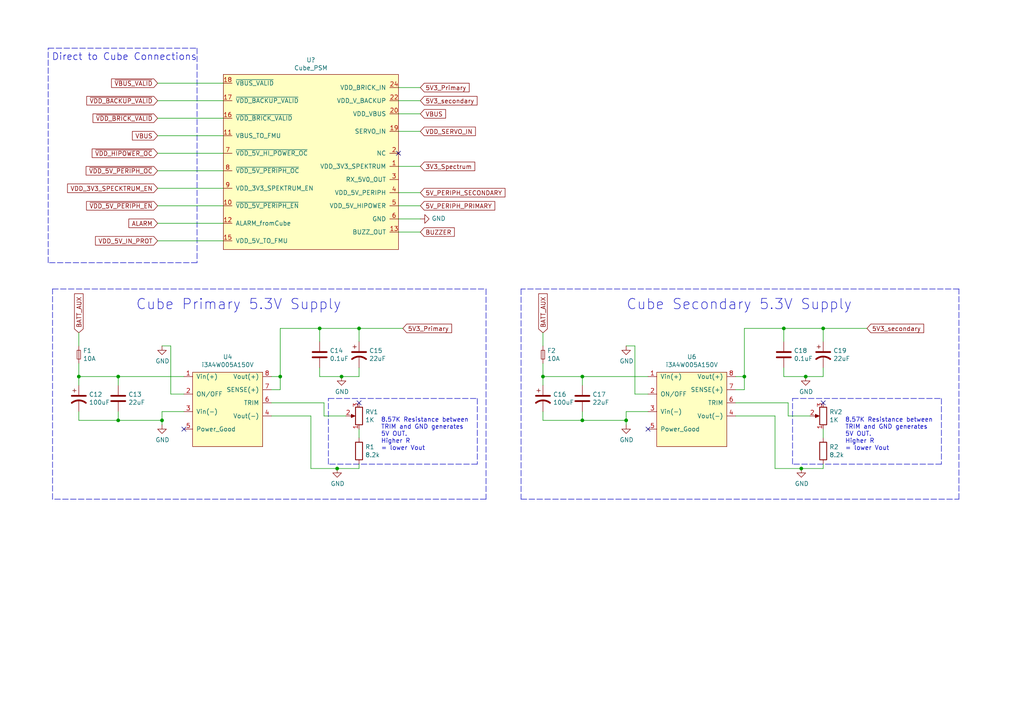
<source format=kicad_sch>
(kicad_sch (version 20231120) (generator "eeschema") (generator_version "8.0")
  (paper "A4")
  (title_block (date "2020-09-27") (rev "0.1") (comment 4 "Author - Mark Funderburk"))
  (lib_symbols
    (symbol "SAM4_Mainboard-rescue:C-Device-P2_PowerSystem-rescue" (pin_numbers hide) (pin_names (offset 0.254))
      (property "Reference" "C" (at 0.635 2.54 0))
      (property "Value" "P2_PowerSystem-rescue_C-Device" (at 0.635 -2.54 0))
      (symbol "C-Device-P2_PowerSystem-rescue_0_1"
        (polyline (pts (xy -2.032 -0.762) (xy 2.032 -0.762)) (stroke (width 0.508)))
        (polyline (pts (xy -2.032 0.762) (xy 2.032 0.762)) (stroke (width 0.508)))
      )
      (symbol "C-Device-P2_PowerSystem-rescue_1_1"
        (pin passive line (at 0 3.81 270) (length 2.794) (name "~") (number "1"))
        (pin passive line (at 0 -3.81 90) (length 2.794) (name "~") (number "2"))
      )
    )
    (symbol "SAM4_Mainboard-rescue:CP1-Device-P2_PowerSystem-rescue" (pin_numbers hide) (pin_names (offset 0.254) hide)
      (property "Reference" "C" (at 0.635 2.54 0))
      (property "Value" "P2_PowerSystem-rescue_CP1-Device" (at 0.635 -2.54 0))
      (symbol "CP1-Device-P2_PowerSystem-rescue_0_1"
        (polyline (pts (xy -2.032 0.762) (xy 2.032 0.762)) (stroke (width 0.508)))
        (polyline (pts (xy -1.778 2.286) (xy -0.762 2.286)))
        (polyline (pts (xy -1.27 1.778) (xy -1.27 2.794)))
        (arc (start 2.032 -1.27) (mid 0 -0.5572) (end -2.032 -1.27) (stroke (width 0.508)))
      )
      (symbol "CP1-Device-P2_PowerSystem-rescue_1_1"
        (pin passive line (at 0 3.81 270) (length 2.794) (name "~") (number "1"))
        (pin passive line (at 0 -3.81 90) (length 3.302) (name "~") (number "2"))
      )
    )
    (symbol "SAM4_Mainboard-rescue:Cube_PSM-pixhawk_cube_monobloc-P2_PowerSystem-rescue-P2_PowerSystem-rescue" (pin_names (offset 1.016))
      (property "Reference" "U" (at 0 27.94 0))
      (property "Value" "P2_PowerSystem-rescue_Cube_PSM-pixhawk_cube_monobloc-P2_PowerSystem-rescue" (at 0 -26.67 0))
      (symbol "Cube_PSM-pixhawk_cube_monobloc-P2_PowerSystem-rescue-P2_PowerSystem-rescue_0_1"
        (rectangle (start -25.4 25.4) (end 25.4 -25.4) (fill (type background)))
      )
      (symbol "Cube_PSM-pixhawk_cube_monobloc-P2_PowerSystem-rescue-P2_PowerSystem-rescue_1_1"
        (pin output line (at 25.4 -1.27 180) (length 2.54) (name "VDD_3V3_SPEKTRUM") (number "1"))
        (pin input line (at -25.4 -12.7 0) (length 2.54) (name "~{VDD_5V_PERIPH_EN}") (number "10"))
        (pin output line (at -25.4 7.62 0) (length 2.54) (name "VBUS_TO_FMU") (number "11"))
        (pin input line (at -25.4 -17.78 0) (length 2.54) (name "ALARM_fromCube") (number "12"))
        (pin output line (at 25.4 -20.32 180) (length 2.54) (name "BUZZ_OUT") (number "13"))
        (pin output line (at -25.4 -22.86 0) (length 2.54) (name "VDD_5V_TO_FMU") (number "15"))
        (pin output line (at -25.4 12.7 0) (length 2.54) (name "~{VDD_BRICK_VALID}") (number "16"))
        (pin output line (at -25.4 17.78 0) (length 2.54) (name "~{VDD_BACKUP_VALID}") (number "17"))
        (pin output line (at -25.4 22.86 0) (length 2.54) (name "~{VBUS_VALID}") (number "18"))
        (pin input line (at 25.4 8.89 180) (length 2.54) (name "SERVO_IN") (number "19"))
        (pin no_connect line (at 25.4 2.54 180) (length 2.54) (name "NC") (number "2"))
        (pin input line (at 25.4 13.97 180) (length 2.54) (name "VDD_VBUS") (number "20"))
        (pin input line (at 25.4 17.78 180) (length 2.54) (name "VDD_V_BACKUP") (number "22"))
        (pin input line (at 25.4 21.59 180) (length 2.54) (name "VDD_BRICK_IN") (number "24"))
        (pin output line (at 25.4 -5.08 180) (length 2.54) (name "RX_5V0_OUT") (number "3"))
        (pin output line (at 25.4 -8.89 180) (length 2.54) (name "VDD_5V_PERIPH") (number "4"))
        (pin output line (at 25.4 -12.7 180) (length 2.54) (name "VDD_5V_HIPOWER") (number "5"))
        (pin input line (at 25.4 -16.51 180) (length 2.54) (name "GND") (number "6"))
        (pin output line (at -25.4 2.54 0) (length 2.54) (name "~{VDD_5V_HI_POWER_OC}") (number "7"))
        (pin output line (at -25.4 -2.54 0) (length 2.54) (name "~{VDD_5V_PERIPH_OC}") (number "8"))
        (pin input line (at -25.4 -7.62 0) (length 2.54) (name "VDD_3V3_SPEKTRUM_EN") (number "9"))
      )
    )
    (symbol "SAM4_Mainboard-rescue:Fuse_Small-Device-P2_PowerSystem-rescue" (pin_numbers hide) (pin_names (offset 0.254) hide)
      (property "Reference" "F" (at 0 -1.524 0))
      (property "Value" "P2_PowerSystem-rescue_Fuse_Small-Device" (at 0 1.524 0))
      (symbol "Fuse_Small-Device-P2_PowerSystem-rescue_0_1"
        (rectangle (start -1.27 0.508) (end 1.27 -0.508))
        (polyline (pts (xy -1.27 0) (xy 1.27 0)))
      )
      (symbol "Fuse_Small-Device-P2_PowerSystem-rescue_1_1"
        (pin passive line (at -2.54 0 0) (length 1.27) (name "~") (number "1"))
        (pin passive line (at 2.54 0 180) (length 1.27) (name "~") (number "2"))
      )
    )
    (symbol "SAM4_Mainboard-rescue:GND-power" (power) (pin_names (offset 0))
      (property "Value" "power_GND" (at 0 -3.81 0))
      (symbol "GND-power_0_1"
        (polyline (pts (xy 0 0) (xy 0 -1.27) (xy 1.27 -1.27) (xy 0 -2.54) (xy -1.27 -1.27) (xy 0 -1.27)))
      )
      (symbol "GND-power_1_1"
        (pin power_in line (at 0 0 270) (length 0) hide (name "GND") (number "1"))
      )
    )
    (symbol "SAM4_Mainboard-rescue:GND-power-P2_PowerSystem-rescue" (power) (pin_names (offset 0))
      (property "Value" "P2_PowerSystem-rescue_GND-power" (at 0 -3.81 0))
      (symbol "GND-power-P2_PowerSystem-rescue_0_1"
        (polyline (pts (xy 0 0) (xy 0 -1.27) (xy 1.27 -1.27) (xy 0 -2.54) (xy -1.27 -1.27) (xy 0 -1.27)))
      )
      (symbol "GND-power-P2_PowerSystem-rescue_1_1"
        (pin power_in line (at 0 0 270) (length 0) hide (name "GND") (number "1"))
      )
    )
    (symbol "SAM4_Mainboard-rescue:R-Device-P2_PowerSystem-rescue" (pin_numbers hide) (pin_names (offset 0))
      (property "Reference" "R" (at 2.032 0 90))
      (property "Value" "P2_PowerSystem-rescue_R-Device" (at 0 0 90))
      (symbol "R-Device-P2_PowerSystem-rescue_0_1"
        (rectangle (start -1.016 -2.54) (end 1.016 2.54) (stroke (width 0.254)))
      )
      (symbol "R-Device-P2_PowerSystem-rescue_1_1"
        (pin passive line (at 0 3.81 270) (length 1.27) (name "~") (number "1"))
        (pin passive line (at 0 -3.81 90) (length 1.27) (name "~") (number "2"))
      )
    )
    (symbol "SAM4_Mainboard-rescue:R_POT-Device-P2_PowerSystem-rescue" (pin_names (offset 1.016) hide)
      (property "Reference" "RV" (at -4.445 0 90))
      (property "Value" "P2_PowerSystem-rescue_R_POT-Device" (at -2.54 0 90))
      (symbol "R_POT-Device-P2_PowerSystem-rescue_0_1"
        (polyline (pts (xy 2.54 0) (xy 1.524 0)))
        (polyline (pts (xy 1.143 0) (xy 2.286 0.508) (xy 2.286 -0.508) (xy 1.143 0)) (fill (type outline)))
        (rectangle (start 1.016 2.54) (end -1.016 -2.54) (stroke (width 0.254)))
      )
      (symbol "R_POT-Device-P2_PowerSystem-rescue_1_1"
        (pin passive line (at 0 3.81 270) (length 1.27) (name "1") (number "1"))
        (pin passive line (at 3.81 0 180) (length 1.27) (name "2") (number "2"))
        (pin passive line (at 0 -3.81 90) (length 1.27) (name "3") (number "3"))
      )
    )
    (symbol "SAM4_Mainboard-rescue:i3A4W005A150V-AERPAW-P2_PowerSystem-rescue" (pin_names (offset 1.016))
      (property "Reference" "U" (at 0 13.97 0))
      (property "Value" "P2_PowerSystem-rescue_i3A4W005A150V-AERPAW" (at 0 11.43 0))
      (symbol "i3A4W005A150V-AERPAW-P2_PowerSystem-rescue_0_1"
        (rectangle (start 10.16 -11.43) (end -10.16 10.16) (fill (type background)))
      )
      (symbol "i3A4W005A150V-AERPAW-P2_PowerSystem-rescue_1_1"
        (pin input line (at -12.7 8.89 0) (length 2.54) (name "Vin(+)") (number "1"))
        (pin input line (at -12.7 3.81 0) (length 2.54) (name "ON/OFF") (number "2"))
        (pin input line (at -12.7 -1.27 0) (length 2.54) (name "Vin(-)") (number "3"))
        (pin output line (at 12.7 -2.54 180) (length 2.54) (name "Vout(-)") (number "4"))
        (pin output line (at -12.7 -6.35 0) (length 2.54) (name "Power_Good") (number "5"))
        (pin input line (at 12.7 1.27 180) (length 2.54) (name "TRIM") (number "6"))
        (pin input line (at 12.7 5.08 180) (length 2.54) (name "SENSE(+)") (number "7"))
        (pin output line (at 12.7 8.89 180) (length 2.54) (name "Vout(+)") (number "8"))
      )
    )
  )
  (junction (at 181.61 121.92))
  (junction (at 215.9 109.22))
  (junction (at 97.79 135.89))
  (junction (at 233.68 109.22))
  (junction (at 92.71 95.25))
  (junction (at 34.29 109.22))
  (junction (at 99.06 109.22))
  (junction (at 238.76 95.25))
  (junction (at 104.14 95.25))
  (junction (at 34.29 121.92))
  (junction (at 168.91 109.22))
  (junction (at 81.28 109.22))
  (junction (at 46.99 121.92))
  (junction (at 22.86 109.22))
  (junction (at 227.33 95.25))
  (junction (at 168.91 121.92))
  (junction (at 232.41 135.89))
  (junction (at 157.48 109.22))
  (no_connect (at 187.96 124.46))
  (no_connect (at 115.57 44.45))
  (no_connect (at 104.14 116.84))
  (no_connect (at 238.76 116.84))
  (no_connect (at 53.34 124.46))
  (wire (pts (xy 104.14 95.25) (xy 104.14 99.06)))
  (wire (pts (xy 92.71 95.25) (xy 104.14 95.25)))
  (wire (pts (xy 93.98 120.65) (xy 100.33 120.65)))
  (wire (pts (xy 34.29 121.92) (xy 46.99 121.92)))
  (wire (pts (xy 22.86 109.22) (xy 22.86 105.41)))
  (wire (pts (xy 64.77 49.53) (xy 45.72 49.53)))
  (polyline (pts (xy 273.05 134.62) (xy 229.87 134.62)) (stroke (width 0) (type dash)))
  (wire (pts (xy 215.9 95.25) (xy 227.33 95.25)))
  (wire (pts (xy 34.29 111.76) (xy 34.29 109.22)))
  (wire (pts (xy 213.36 116.84) (xy 228.6 116.84)))
  (polyline (pts (xy 229.87 115.57) (xy 273.05 115.57)) (stroke (width 0) (type dash)))
  (wire (pts (xy 45.72 44.45) (xy 64.77 44.45)))
  (wire (pts (xy 187.96 109.22) (xy 168.91 109.22)))
  (wire (pts (xy 49.53 100.33) (xy 49.53 114.3)))
  (polyline (pts (xy 273.05 115.57) (xy 273.05 134.62)) (stroke (width 0) (type dash)))
  (wire (pts (xy 228.6 116.84) (xy 228.6 120.65)))
  (polyline (pts (xy 95.25 134.62) (xy 95.25 115.57)) (stroke (width 0) (type dash)))
  (wire (pts (xy 53.34 109.22) (xy 34.29 109.22)))
  (wire (pts (xy 227.33 106.68) (xy 227.33 109.22)))
  (wire (pts (xy 34.29 119.38) (xy 34.29 121.92)))
  (wire (pts (xy 181.61 123.19) (xy 181.61 121.92)))
  (wire (pts (xy 238.76 95.25) (xy 238.76 99.06)))
  (wire (pts (xy 115.57 38.1) (xy 121.92 38.1)))
  (wire (pts (xy 104.14 109.22) (xy 99.06 109.22)))
  (wire (pts (xy 22.86 109.22) (xy 22.86 111.76)))
  (wire (pts (xy 238.76 106.68) (xy 238.76 109.22)))
  (wire (pts (xy 104.14 135.89) (xy 97.79 135.89)))
  (wire (pts (xy 181.61 100.33) (xy 184.15 100.33)))
  (wire (pts (xy 92.71 106.68) (xy 92.71 109.22)))
  (wire (pts (xy 227.33 109.22) (xy 233.68 109.22)))
  (wire (pts (xy 81.28 113.03) (xy 81.28 109.22)))
  (wire (pts (xy 81.28 109.22) (xy 81.28 95.25)))
  (polyline (pts (xy 57.15 76.2) (xy 13.97 76.2)) (stroke (width 0) (type dash)))
  (wire (pts (xy 227.33 95.25) (xy 227.33 99.06)))
  (polyline (pts (xy 140.97 144.78) (xy 15.24 144.78)) (stroke (width 0) (type dash)))
  (polyline (pts (xy 13.97 13.97) (xy 57.15 13.97)) (stroke (width 0) (type dash)))
  (wire (pts (xy 213.36 120.65) (xy 224.79 120.65)))
  (wire (pts (xy 184.15 114.3) (xy 187.96 114.3)))
  (wire (pts (xy 181.61 119.38) (xy 187.96 119.38)))
  (wire (pts (xy 78.74 113.03) (xy 81.28 113.03)))
  (wire (pts (xy 227.33 95.25) (xy 238.76 95.25)))
  (wire (pts (xy 104.14 95.25) (xy 116.84 95.25)))
  (wire (pts (xy 45.72 54.61) (xy 64.77 54.61)))
  (wire (pts (xy 157.48 109.22) (xy 157.48 105.41)))
  (wire (pts (xy 46.99 100.33) (xy 49.53 100.33)))
  (wire (pts (xy 121.92 48.26) (xy 115.57 48.26)))
  (wire (pts (xy 121.92 33.02) (xy 115.57 33.02)))
  (polyline (pts (xy 15.24 144.78) (xy 15.24 83.82)) (stroke (width 0) (type dash)))
  (wire (pts (xy 93.98 116.84) (xy 93.98 120.65)))
  (polyline (pts (xy 278.13 144.78) (xy 278.13 83.82)) (stroke (width 0) (type dash)))
  (wire (pts (xy 121.92 29.21) (xy 115.57 29.21)))
  (wire (pts (xy 157.48 121.92) (xy 168.91 121.92)))
  (wire (pts (xy 46.99 123.19) (xy 46.99 121.92)))
  (polyline (pts (xy 278.13 83.82) (xy 151.13 83.82)) (stroke (width 0) (type dash)))
  (wire (pts (xy 115.57 55.88) (xy 121.92 55.88)))
  (wire (pts (xy 92.71 95.25) (xy 92.71 99.06)))
  (wire (pts (xy 45.72 64.77) (xy 64.77 64.77)))
  (wire (pts (xy 121.92 59.69) (xy 115.57 59.69)))
  (polyline (pts (xy 57.15 13.97) (xy 57.15 76.2)) (stroke (width 0) (type dash)))
  (wire (pts (xy 168.91 121.92) (xy 181.61 121.92)))
  (wire (pts (xy 45.72 34.29) (xy 64.77 34.29)))
  (wire (pts (xy 45.72 29.21) (xy 64.77 29.21)))
  (wire (pts (xy 238.76 109.22) (xy 233.68 109.22)))
  (wire (pts (xy 45.72 39.37) (xy 64.77 39.37)))
  (polyline (pts (xy 140.97 83.82) (xy 140.97 144.78)) (stroke (width 0) (type dash)))
  (polyline (pts (xy 15.24 83.82) (xy 140.97 83.82)) (stroke (width 0) (type dash)))
  (wire (pts (xy 49.53 114.3) (xy 53.34 114.3)))
  (polyline (pts (xy 229.87 134.62) (xy 229.87 115.57)) (stroke (width 0) (type dash)))
  (wire (pts (xy 78.74 116.84) (xy 93.98 116.84)))
  (wire (pts (xy 157.48 100.33) (xy 157.48 96.52)))
  (wire (pts (xy 168.91 109.22) (xy 157.48 109.22)))
  (wire (pts (xy 224.79 120.65) (xy 224.79 135.89)))
  (wire (pts (xy 104.14 127) (xy 104.14 124.46)))
  (wire (pts (xy 184.15 100.33) (xy 184.15 114.3)))
  (wire (pts (xy 157.48 109.22) (xy 157.48 111.76)))
  (polyline (pts (xy 138.43 134.62) (xy 95.25 134.62)) (stroke (width 0) (type dash)))
  (wire (pts (xy 224.79 135.89) (xy 232.41 135.89)))
  (wire (pts (xy 45.72 24.13) (xy 64.77 24.13)))
  (wire (pts (xy 168.91 111.76) (xy 168.91 109.22)))
  (wire (pts (xy 34.29 109.22) (xy 22.86 109.22)))
  (wire (pts (xy 215.9 109.22) (xy 215.9 95.25)))
  (polyline (pts (xy 13.97 76.2) (xy 13.97 13.97)) (stroke (width 0) (type dash)))
  (wire (pts (xy 104.14 134.62) (xy 104.14 135.89)))
  (wire (pts (xy 238.76 135.89) (xy 232.41 135.89)))
  (wire (pts (xy 238.76 95.25) (xy 251.46 95.25)))
  (wire (pts (xy 90.17 120.65) (xy 90.17 135.89)))
  (wire (pts (xy 22.86 100.33) (xy 22.86 96.52)))
  (wire (pts (xy 238.76 127) (xy 238.76 124.46)))
  (wire (pts (xy 90.17 135.89) (xy 97.79 135.89)))
  (wire (pts (xy 121.92 67.31) (xy 115.57 67.31)))
  (wire (pts (xy 213.36 109.22) (xy 215.9 109.22)))
  (wire (pts (xy 104.14 106.68) (xy 104.14 109.22)))
  (wire (pts (xy 81.28 95.25) (xy 92.71 95.25)))
  (wire (pts (xy 22.86 121.92) (xy 34.29 121.92)))
  (wire (pts (xy 157.48 119.38) (xy 157.48 121.92)))
  (wire (pts (xy 46.99 121.92) (xy 46.99 119.38)))
  (wire (pts (xy 78.74 120.65) (xy 90.17 120.65)))
  (polyline (pts (xy 151.13 83.82) (xy 151.13 144.78)) (stroke (width 0) (type dash)))
  (wire (pts (xy 228.6 120.65) (xy 234.95 120.65)))
  (wire (pts (xy 121.92 63.5) (xy 115.57 63.5)))
  (wire (pts (xy 92.71 109.22) (xy 99.06 109.22)))
  (wire (pts (xy 22.86 119.38) (xy 22.86 121.92)))
  (wire (pts (xy 64.77 59.69) (xy 45.72 59.69)))
  (wire (pts (xy 78.74 109.22) (xy 81.28 109.22)))
  (wire (pts (xy 215.9 113.03) (xy 215.9 109.22)))
  (polyline (pts (xy 138.43 115.57) (xy 138.43 134.62)) (stroke (width 0) (type dash)))
  (wire (pts (xy 115.57 25.4) (xy 121.92 25.4)))
  (wire (pts (xy 181.61 121.92) (xy 181.61 119.38)))
  (wire (pts (xy 213.36 113.03) (xy 215.9 113.03)))
  (wire (pts (xy 46.99 119.38) (xy 53.34 119.38)))
  (polyline (pts (xy 95.25 115.57) (xy 138.43 115.57)) (stroke (width 0) (type dash)))
  (wire (pts (xy 238.76 134.62) (xy 238.76 135.89)))
  (wire (pts (xy 64.77 69.85) (xy 45.72 69.85)))
  (wire (pts (xy 168.91 119.38) (xy 168.91 121.92)))
  (polyline (pts (xy 151.13 144.78) (xy 278.13 144.78)) (stroke (width 0) (type dash)))
  (text "Cube Secondary 5.3V Supply" (at 181.61 90.17 0) (effects (font (size 2.9972 2.9972)) (justify left bottom)))
  (text "Cube Primary 5.3V Supply" (at 39.37 90.17 0) (effects (font (size 2.9972 2.9972)) (justify left bottom)))
  (text "8.57K Resistance between\nTRIM and GND generates\n5V OUT. \nHigher R\n= lower Vout" (at 245.11 130.81 0) (effects (font (size 1.27 1.27)) (justify left bottom)))
  (text "8.57K Resistance between\nTRIM and GND generates\n5V OUT. \nHigher R\n= lower Vout" (at 110.49 130.81 0) (effects (font (size 1.27 1.27)) (justify left bottom)))
  (text "Direct to Cube Connections" (at 57.15 17.78 0) (effects (font (size 2.0066 2.0066)) (justify right bottom)))
  (global_label "~{VDD_HIPOWER_OC}" (shape input) (at 45.72 44.45 180) (property "Intersheetrefs" "${INTERSHEET_REFS}" (effects (hide yes))))
  (global_label "5V3_Primary" (shape input) (at 121.92 25.4 0) (property "Intersheetrefs" "${INTERSHEET_REFS}" (effects (hide yes))))
  (global_label "~{VDD_BACKUP_VALID}" (shape input) (at 45.72 29.21 180) (property "Intersheetrefs" "${INTERSHEET_REFS}" (effects (hide yes))))
  (global_label "BUZZER" (shape input) (at 121.92 67.31 0) (property "Intersheetrefs" "${INTERSHEET_REFS}" (effects (hide yes))))
  (global_label "~{VDD_5V_PERIPH_OC}" (shape input) (at 45.72 49.53 180) (property "Intersheetrefs" "${INTERSHEET_REFS}" (effects (hide yes))))
  (global_label "VBUS" (shape input) (at 45.72 39.37 180) (property "Intersheetrefs" "${INTERSHEET_REFS}" (effects (hide yes))))
  (global_label "ALARM" (shape input) (at 45.72 64.77 180) (property "Intersheetrefs" "${INTERSHEET_REFS}" (effects (hide yes))))
  (global_label "VDD_3V3_SPECKTRUM_EN" (shape input) (at 45.72 54.61 180) (property "Intersheetrefs" "${INTERSHEET_REFS}" (effects (hide yes))))
  (global_label "~{VBUS_VALID}" (shape input) (at 45.72 24.13 180) (property "Intersheetrefs" "${INTERSHEET_REFS}" (effects (hide yes))))
  (global_label "5V_PERIPH_SECONDARY" (shape input) (at 121.92 55.88 0) (property "Intersheetrefs" "${INTERSHEET_REFS}" (effects (hide yes))))
  (global_label "5V3_Primary" (shape input) (at 116.84 95.25 0) (property "Intersheetrefs" "${INTERSHEET_REFS}" (effects (hide yes))))
  (global_label "3V3_Spectrum" (shape input) (at 121.92 48.26 0) (property "Intersheetrefs" "${INTERSHEET_REFS}" (effects (hide yes))))
  (global_label "VBUS" (shape input) (at 121.92 33.02 0) (property "Intersheetrefs" "${INTERSHEET_REFS}" (effects (hide yes))))
  (global_label "~{VDD_5V_PERIPH_EN}" (shape input) (at 45.72 59.69 180) (property "Intersheetrefs" "${INTERSHEET_REFS}" (effects (hide yes))))
  (global_label "5V3_secondary" (shape input) (at 251.46 95.25 0) (property "Intersheetrefs" "${INTERSHEET_REFS}" (effects (hide yes))))
  (global_label "~{VDD_BRICK_VALID}" (shape input) (at 45.72 34.29 180) (property "Intersheetrefs" "${INTERSHEET_REFS}" (effects (hide yes))))
  (global_label "VDD_5V_IN_PROT" (shape input) (at 45.72 69.85 180) (property "Intersheetrefs" "${INTERSHEET_REFS}" (effects (hide yes))))
  (global_label "BATT_AUX" (shape input) (at 157.48 96.52 90) (property "Intersheetrefs" "${INTERSHEET_REFS}" (effects (hide yes))))
  (global_label "5V_PERIPH_PRIMARY" (shape input) (at 121.92 59.69 0) (property "Intersheetrefs" "${INTERSHEET_REFS}" (effects (hide yes))))
  (global_label "5V3_secondary" (shape input) (at 121.92 29.21 0) (property "Intersheetrefs" "${INTERSHEET_REFS}" (effects (hide yes))))
  (global_label "BATT_AUX" (shape input) (at 22.86 96.52 90) (property "Intersheetrefs" "${INTERSHEET_REFS}" (effects (hide yes))))
  (global_label "VDD_SERVO_IN" (shape input) (at 121.92 38.1 0) (property "Intersheetrefs" "${INTERSHEET_REFS}" (effects (hide yes))))
  (symbol (lib_id "SAM4_Mainboard-rescue:Cube_PSM-pixhawk_cube_monobloc-P2_PowerSystem-rescue-P2_PowerSystem-rescue") (at 90.17 46.99 0) (unit 1)
    (property "Reference" "U?" (at 90.17 17.399 0))
    (property "Value" "Cube_PSM" (at 90.17 19.7104 0))
    (property "Footprint" "SAM4_Mainboard:CUBE_PSM" (effects (hide yes)))
    (property "Description" "EB2-3045-box1-11" (effects (hide yes)))
    (instances (project "SAM4_Mainboard" (path "" (reference "U?") (unit 1)) (path "" (reference "U5") (unit 1))))
  )
  (symbol (lib_id "SAM4_Mainboard-rescue:GND-power-P2_PowerSystem-rescue") (at 121.92 63.5 90) (unit 1)
    (property "Reference" "#PWR037" (effects (hide yes)))
    (property "Value" "GND" (at 125.1712 63.373 90) (effects (justify right)))
  )
  (symbol (lib_id "SAM4_Mainboard-rescue:GND-power-P2_PowerSystem-rescue") (at 97.79 135.89 0) (unit 1)
    (property "Reference" "#PWR?" (effects (hide yes)))
    (property "Value" "GND" (at 97.917 140.2842 0))
    (instances (project "SAM4_Mainboard" (path "" (reference "#PWR035") (unit 1))))
  )
  (symbol (lib_id "SAM4_Mainboard-rescue:R-Device-P2_PowerSystem-rescue") (at 104.14 130.81 0) (unit 1)
    (property "Reference" "R?" (at 105.918 129.6416 0) (effects (justify left)))
    (property "Value" "8.2k" (at 105.918 131.953 0) (effects (justify left)))
    (property "Footprint" "Resistor_SMD:R_1206_3216Metric" (effects (hide yes)))
    (property "Description" "R2-300-B-14" (effects (hide yes)))
    (instances (project "SAM4_Mainboard" (path "" (reference "R1") (unit 1))))
  )
  (symbol (lib_id "SAM4_Mainboard-rescue:R_POT-Device-P2_PowerSystem-rescue") (at 104.14 120.65 180) (unit 1)
    (property "Reference" "RV?" (at 105.918 119.4816 0) (effects (justify right)))
    (property "Value" "1K" (at 105.918 121.793 0) (effects (justify right)))
    (property "Footprint" "Potentiometer_THT:Potentiometer_Bourns_3266W_Vertical" (effects (hide yes)))
    (property "Datasheet" "https://www.digikey.com/product-detail/en/bourns-inc/PVG5H501C03R00/490-2688-1-ND/666264" (effects (hide yes)))
    (property "Description" "EB2-3045-Digikey_Box_1" (effects (hide yes)))
    (instances (project "SAM4_Mainboard" (path "" (reference "RV1") (unit 1))))
  )
  (symbol (lib_id "SAM4_Mainboard-rescue:CP1-Device-P2_PowerSystem-rescue") (at 104.14 102.87 0) (unit 1)
    (property "Reference" "C?" (at 107.061 101.7016 0) (effects (justify left)))
    (property "Value" "22uF" (at 107.061 104.013 0) (effects (justify left)))
    (property "Footprint" "Capacitor_SMD:C_1206_3216Metric" (effects (hide yes)))
    (property "Description" "R2-300-B-8" (effects (hide yes)))
    (instances (project "SAM4_Mainboard" (path "" (reference "C15") (unit 1))))
  )
  (symbol (lib_id "SAM4_Mainboard-rescue:GND-power-P2_PowerSystem-rescue") (at 99.06 109.22 0) (unit 1)
    (property "Reference" "#PWR?" (effects (hide yes)))
    (property "Value" "GND" (at 99.187 113.6142 0))
    (instances (project "SAM4_Mainboard" (path "" (reference "#PWR036") (unit 1))))
  )
  (symbol (lib_id "SAM4_Mainboard-rescue:GND-power-P2_PowerSystem-rescue") (at 46.99 123.19 0) (unit 1)
    (property "Reference" "#PWR034" (effects (hide yes)))
    (property "Value" "GND" (at 47.117 127.5842 0))
  )
  (symbol (lib_id "SAM4_Mainboard-rescue:i3A4W005A150V-AERPAW-P2_PowerSystem-rescue") (at 200.66 118.11 0) (unit 1)
    (property "Reference" "U6" (at 200.66 103.505 0))
    (property "Value" "i3A4W005A150V" (at 200.66 105.8164 0))
    (property "Footprint" "SAM4_Mainboard:1_32nd_Brick_8pin" (effects (hide yes)))
    (property "Description" "R2-300-B-1" (effects (hide yes)))
  )
  (symbol (lib_id "SAM4_Mainboard-rescue:GND-power-P2_PowerSystem-rescue") (at 232.41 135.89 0) (unit 1)
    (property "Reference" "#PWR?" (effects (hide yes)))
    (property "Value" "GND" (at 232.537 140.2842 0))
    (instances (project "SAM4_Mainboard" (path "" (reference "#PWR040") (unit 1))))
  )
  (symbol (lib_id "SAM4_Mainboard-rescue:R-Device-P2_PowerSystem-rescue") (at 238.76 130.81 0) (unit 1)
    (property "Reference" "R?" (at 240.538 129.6416 0) (effects (justify left)))
    (property "Value" "8.2k" (at 240.538 131.953 0) (effects (justify left)))
    (property "Footprint" "Resistor_SMD:R_1206_3216Metric" (effects (hide yes)))
    (property "Description" "R2-300-B-14" (effects (hide yes)))
    (instances (project "SAM4_Mainboard" (path "" (reference "R2") (unit 1))))
  )
  (symbol (lib_id "SAM4_Mainboard-rescue:R_POT-Device-P2_PowerSystem-rescue") (at 238.76 120.65 180) (unit 1)
    (property "Reference" "RV?" (at 240.538 119.4816 0) (effects (justify right)))
    (property "Value" "1K" (at 240.538 121.793 0) (effects (justify right)))
    (property "Footprint" "Potentiometer_THT:Potentiometer_Bourns_3266W_Vertical" (effects (hide yes)))
    (property "Datasheet" "https://www.digikey.com/product-detail/en/bourns-inc/PVG5H501C03R00/490-2688-1-ND/666264" (effects (hide yes)))
    (property "Description" "EB2-3045-Digikey_Box_1" (effects (hide yes)))
    (instances (project "SAM4_Mainboard" (path "" (reference "RV2") (unit 1))))
  )
  (symbol (lib_id "SAM4_Mainboard-rescue:CP1-Device-P2_PowerSystem-rescue") (at 238.76 102.87 0) (unit 1)
    (property "Reference" "C?" (at 241.681 101.7016 0) (effects (justify left)))
    (property "Value" "22uF" (at 241.681 104.013 0) (effects (justify left)))
    (property "Footprint" "Capacitor_SMD:C_1206_3216Metric" (effects (hide yes)))
    (property "Description" "R2-300-B-8" (effects (hide yes)))
    (instances (project "SAM4_Mainboard" (path "" (reference "C19") (unit 1))))
  )
  (symbol (lib_id "SAM4_Mainboard-rescue:GND-power-P2_PowerSystem-rescue") (at 233.68 109.22 0) (unit 1)
    (property "Reference" "#PWR?" (effects (hide yes)))
    (property "Value" "GND" (at 233.807 113.6142 0))
    (instances (project "SAM4_Mainboard" (path "" (reference "#PWR041") (unit 1))))
  )
  (symbol (lib_id "SAM4_Mainboard-rescue:GND-power-P2_PowerSystem-rescue") (at 181.61 123.19 0) (unit 1)
    (property "Reference" "#PWR039" (effects (hide yes)))
    (property "Value" "GND" (at 181.737 127.5842 0))
  )
  (symbol (lib_id "SAM4_Mainboard-rescue:CP1-Device-P2_PowerSystem-rescue") (at 22.86 115.57 0) (unit 1)
    (property "Reference" "C?" (at 25.781 114.4016 0) (effects (justify left)))
    (property "Value" "100uF" (at 25.781 116.713 0) (effects (justify left)))
    (property "Footprint" "Capacitor_SMD:CP_Elec_10x10.5" (effects (hide yes)))
    (property "Description" "R2-300-B-7" (effects (hide yes)))
    (instances (project "SAM4_Mainboard" (path "" (reference "C12") (unit 1))))
  )
  (symbol (lib_id "SAM4_Mainboard-rescue:C-Device-P2_PowerSystem-rescue") (at 34.29 115.57 0) (unit 1)
    (property "Reference" "C?" (at 37.211 114.4016 0) (effects (justify left)))
    (property "Value" "22uF" (at 37.211 116.713 0) (effects (justify left)))
    (property "Footprint" "Capacitor_SMD:C_1206_3216Metric" (effects (hide yes)))
    (property "Description" "R2-300-B-8" (effects (hide yes)))
    (instances (project "SAM4_Mainboard" (path "" (reference "C13") (unit 1))))
  )
  (symbol (lib_id "SAM4_Mainboard-rescue:CP1-Device-P2_PowerSystem-rescue") (at 157.48 115.57 0) (unit 1)
    (property "Reference" "C?" (at 160.401 114.4016 0) (effects (justify left)))
    (property "Value" "100uF" (at 160.401 116.713 0) (effects (justify left)))
    (property "Footprint" "Capacitor_SMD:CP_Elec_10x10.5" (effects (hide yes)))
    (property "Description" "R2-300-B-7" (effects (hide yes)))
    (instances (project "SAM4_Mainboard" (path "" (reference "C16") (unit 1))))
  )
  (symbol (lib_id "SAM4_Mainboard-rescue:C-Device-P2_PowerSystem-rescue") (at 168.91 115.57 0) (unit 1)
    (property "Reference" "C?" (at 171.831 114.4016 0) (effects (justify left)))
    (property "Value" "22uF" (at 171.831 116.713 0) (effects (justify left)))
    (property "Footprint" "Capacitor_SMD:C_1206_3216Metric" (effects (hide yes)))
    (property "Description" "R2-300-B-8" (effects (hide yes)))
    (instances (project "SAM4_Mainboard" (path "" (reference "C17") (unit 1))))
  )
  (symbol (lib_id "SAM4_Mainboard-rescue:C-Device-P2_PowerSystem-rescue") (at 92.71 102.87 0) (unit 1)
    (property "Reference" "C?" (at 95.631 101.7016 0) (effects (justify left)))
    (property "Value" "0.1uF" (at 95.631 104.013 0) (effects (justify left)))
    (property "Footprint" "Capacitor_SMD:C_1206_3216Metric" (effects (hide yes)))
    (property "Description" "R2-300-B-13" (effects (hide yes)))
    (instances (project "SAM4_Mainboard" (path "" (reference "C14") (unit 1))))
  )
  (symbol (lib_id "SAM4_Mainboard-rescue:C-Device-P2_PowerSystem-rescue") (at 227.33 102.87 0) (unit 1)
    (property "Reference" "C?" (at 230.251 101.7016 0) (effects (justify left)))
    (property "Value" "0.1uF" (at 230.251 104.013 0) (effects (justify left)))
    (property "Footprint" "Capacitor_SMD:C_1206_3216Metric" (effects (hide yes)))
    (property "Description" "R2-300-B-13" (effects (hide yes)))
    (instances (project "SAM4_Mainboard" (path "" (reference "C18") (unit 1))))
  )
  (symbol (lib_id "SAM4_Mainboard-rescue:Fuse_Small-Device-P2_PowerSystem-rescue") (at 22.86 102.87 90) (mirror x) (unit 1)
    (property "Reference" "F1" (at 24.0792 101.7016 90) (effects (justify right)))
    (property "Value" "10A" (at 24.0792 104.013 90) (effects (justify right)))
    (property "Footprint" "SAM4_Mainboard:Fuse_2512_6332Metric_Pad1.52x3.35mm_HandSolder" (effects (hide yes)))
    (property "Description" "EB2-3045-box1-02" (effects (hide yes)))
  )
  (symbol (lib_id "SAM4_Mainboard-rescue:Fuse_Small-Device-P2_PowerSystem-rescue") (at 157.48 102.87 90) (mirror x) (unit 1)
    (property "Reference" "F2" (at 158.6992 101.7016 90) (effects (justify right)))
    (property "Value" "10A" (at 158.6992 104.013 90) (effects (justify right)))
    (property "Footprint" "SAM4_Mainboard:Fuse_2512_6332Metric_Pad1.52x3.35mm_HandSolder" (effects (hide yes)))
    (property "Description" "EB2-3045-box1-02" (effects (hide yes)))
  )
  (symbol (lib_id "SAM4_Mainboard-rescue:i3A4W005A150V-AERPAW-P2_PowerSystem-rescue") (at 66.04 118.11 0) (unit 1)
    (property "Reference" "U4" (at 66.04 103.505 0))
    (property "Value" "i3A4W005A150V" (at 66.04 105.8164 0))
    (property "Footprint" "SAM4_Mainboard:1_32nd_Brick_8pin" (effects (hide yes)))
    (property "Description" "R2-300-B-1" (effects (hide yes)))
  )
  (symbol (lib_id "SAM4_Mainboard-rescue:GND-power") (at 181.61 100.33 0) (unit 1)
    (property "Reference" "#PWR0101" (effects (hide yes)))
    (property "Value" "GND" (at 181.737 104.7242 0))
  )
  (symbol (lib_id "SAM4_Mainboard-rescue:GND-power") (at 46.99 100.33 0) (unit 1)
    (property "Reference" "#PWR0102" (effects (hide yes)))
    (property "Value" "GND" (at 47.117 104.7242 0))
  )
)
</source>
